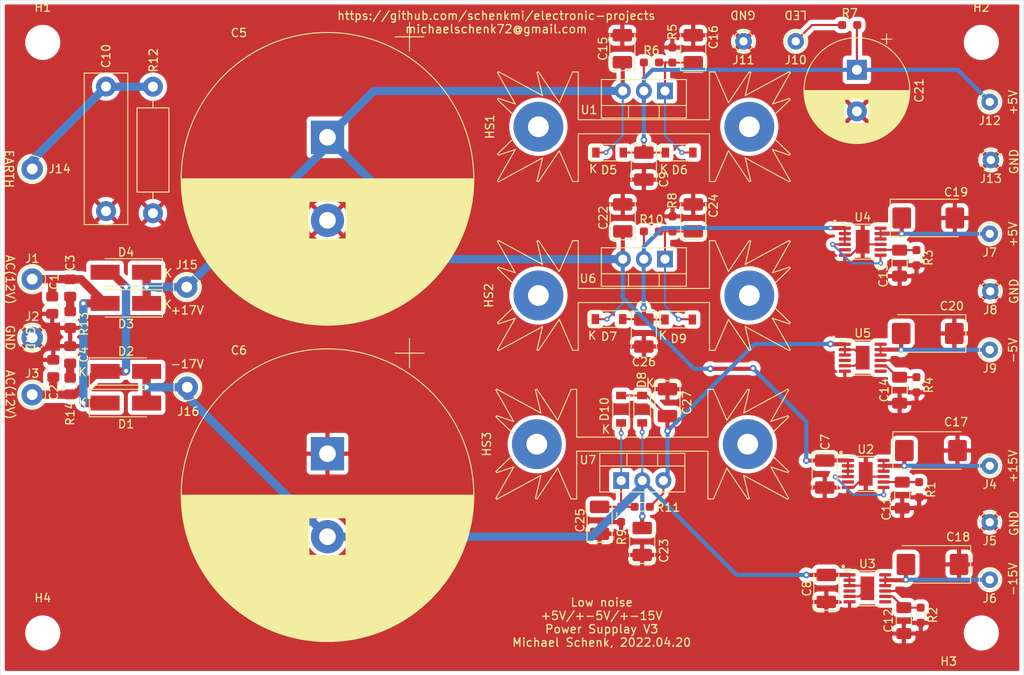
<source format=kicad_pcb>
(kicad_pcb (version 20211014) (generator pcbnew)
  (layers (0 "F.Cu" signal) (31 "B.Cu" signal) (34 "B.Paste" user) (35 "F.Paste" user) (36 "B.SilkS" user "B.Silkscreen") (37 "F.SilkS" user "F.Silkscreen") (38 "B.Mask" user) (39 "F.Mask" user) (44 "Edge.Cuts" user))
  (net 0 "")
  (net 1 "+17V")
  (net 2 "Net-(J1-Pad1)")
  (net 3 "Net-(J3-Pad1)")
  (net 4 "GND")
  (net 5 "-17V")
  (net 6 "Net-(C11-Pad1)")
  (net 7 "Net-(C12-Pad2)")
  (net 8 "Net-(C13-Pad1)")
  (net 9 "Net-(C14-Pad2)")
  (net 10 "Net-(C16-Pad1)")
  (net 11 "Net-(C17-Pad1)")
  (net 12 "Net-(C18-Pad2)")
  (net 13 "Net-(C19-Pad1)")
  (net 14 "Net-(C20-Pad2)")
  (net 15 "Net-(C21-Pad1)")
  (net 16 "Net-(C24-Pad1)")
  (net 17 "Net-(C25-Pad2)")
  (net 18 "Net-(C26-Pad1)")
  (net 19 "Net-(C27-Pad2)")
  (net 20 "Net-(J10-Pad1)")
  (net 21 "Net-(C10-Pad2)")
  (net 22 "Net-(C3-Pad2)")
  (net 23 "Net-(C4-Pad2)")
  (footprint "Capacitor_SMD:C_0805_2012Metric_Pad1.18x1.45mm_HandSolder" (layer "F.Cu") (at 100.203 86.2545 -90)
    (fp_text reference "C1")
    (fp_text value "Cx/10nF/50V")
  )
  (footprint "Capacitor_SMD:C_0805_2012Metric_Pad1.18x1.45mm_HandSolder" (layer "F.Cu") (at 100.33 93.8745 -90)
    (fp_text reference "C2")
    (fp_text value "Cx/10nF/50V")
  )
  (footprint "Capacitor_SMD:C_0805_2012Metric_Pad1.18x1.45mm_HandSolder" (layer "F.Cu") (at 102.362 84.1795 -90)
    (fp_text reference "C3")
    (fp_text value "Cs/50V")
  )
  (footprint "Capacitor_SMD:C_0805_2012Metric_Pad1.18x1.45mm_HandSolder" (layer "F.Cu") (at 102.362 92.2235 -90)
    (fp_text reference "C4")
    (fp_text value "Cs/50V")
  )
  (footprint "Capacitor_THT:CP_Radial_D35.0mm_P10.00mm_SnapIn" (layer "F.Cu") (at 133.35 66.04 -90)
    (fp_text reference "C5")
    (fp_text value "22000uF/25VDC")
  )
  (footprint "Capacitor_THT:CP_Radial_D35.0mm_P10.00mm_SnapIn" (layer "F.Cu") (at 133.35 104.14 -90)
    (fp_text reference "C6")
    (fp_text value "22000uF/25VDC")
  )
  (footprint "Capacitor_Tantalum_SMD:CP_EIA-3528-21_Kemet-B_Pad1.50x2.35mm_HandSolder" (layer "F.Cu") (at 193.2305 106.5905 -90)
    (fp_text reference "C7")
    (fp_text value "10uF/25V")
  )
  (footprint "Capacitor_Tantalum_SMD:CP_EIA-3528-21_Kemet-B_Pad1.50x2.35mm_HandSolder" (layer "F.Cu") (at 193.421 120.37 90)
    (fp_text reference "C8")
    (fp_text value "10uF/25V")
  )
  (footprint "Capacitor_Tantalum_SMD:CP_EIA-3528-21_Kemet-B_Pad1.50x2.35mm_HandSolder" (layer "F.Cu") (at 168.8592 55.3726 90)
    (fp_text reference "C15")
    (fp_text value "10uF/25V")
  )
  (footprint "Capacitor_Tantalum_SMD:CP_EIA-3528-21_Kemet-B_Pad1.50x2.35mm_HandSolder" (layer "F.Cu") (at 177.3936 55.3726 90)
    (fp_text reference "C16")
    (fp_text value "10uF/25V")
  )
  (footprint "Capacitor_Tantalum_SMD:CP_EIA-7343-31_Kemet-D_Pad2.25x2.55mm_HandSolder" (layer "F.Cu") (at 206.019 103.759)
    (fp_text reference "C17")
    (fp_text value "47uF")
  )
  (footprint "Capacitor_Tantalum_SMD:CP_EIA-7343-31_Kemet-D_Pad2.25x2.55mm_HandSolder" (layer "F.Cu") (at 206.2095 117.475 180)
    (fp_text reference "C18")
    (fp_text value "47uF")
  )
  (footprint "Capacitor_Tantalum_SMD:CP_EIA-7343-31_Kemet-D_Pad2.25x2.55mm_HandSolder" (layer "F.Cu") (at 205.7015 75.7555)
    (fp_text reference "C19")
    (fp_text value "47uF")
  )
  (footprint "Capacitor_Tantalum_SMD:CP_EIA-7343-31_Kemet-D_Pad2.25x2.55mm_HandSolder" (layer "F.Cu") (at 205.638 89.662 180)
    (fp_text reference "C20")
    (fp_text value "47uF")
  )
  (footprint "Capacitor_THT:CP_Radial_D12.5mm_P5.00mm" (layer "F.Cu") (at 197.104 57.912 -90)
    (fp_text reference "C21")
    (fp_text value "1000uF/35V")
  )
  (footprint "Capacitor_Tantalum_SMD:CP_EIA-3528-21_Kemet-B_Pad1.50x2.35mm_HandSolder" (layer "F.Cu") (at 168.91 75.7434 90)
    (fp_text reference "C22")
    (fp_text value "10uF/25V")
  )
  (footprint "Capacitor_Tantalum_SMD:CP_EIA-3528-21_Kemet-B_Pad1.50x2.35mm_HandSolder" (layer "F.Cu") (at 177.3936 75.7434 90)
    (fp_text reference "C24")
    (fp_text value "10uF/25V")
  )
  (footprint "Capacitor_Tantalum_SMD:CP_EIA-3528-21_Kemet-B_Pad1.50x2.35mm_HandSolder" (layer "F.Cu") (at 171.45 89.6106 -90)
    (fp_text reference "C26")
    (fp_text value "10uF/25V")
  )
  (footprint "Diode_SMD:D_SMA_Handsoldering" (layer "F.Cu") (at 109.0695 98.044)
    (fp_text reference "D1")
    (fp_text value "BYG20D")
  )
  (footprint "Diode_SMD:D_SMA_Handsoldering" (layer "F.Cu") (at 109.0695 94.234)
    (fp_text reference "D2")
    (fp_text value "BYG20D")
  )
  (footprint "Diode_SMD:D_SMA_Handsoldering" (layer "F.Cu") (at 109.0695 86.0425 180)
    (fp_text reference "D3")
    (fp_text value "BYG20D")
  )
  (footprint "Diode_SMD:D_SMA_Handsoldering" (layer "F.Cu") (at 109.0695 82.296 180)
    (fp_text reference "D4")
    (fp_text value "BYG20D")
  )
  (footprint "Diode_SMD:D_SOD-123" (layer "F.Cu") (at 167.3235 67.8815)
    (fp_text reference "D5")
    (fp_text value "1N4148W")
  )
  (footprint "Diode_SMD:D_SOD-123" (layer "F.Cu") (at 175.7035 67.8815)
    (fp_text reference "D6")
    (fp_text value "1N4148W")
  )
  (footprint "Diode_SMD:D_SOD-123" (layer "F.Cu") (at 167.26 87.9348)
    (fp_text reference "D7")
    (fp_text value "1N4148W")
  )
  (footprint "Diode_SMD:D_SOD-123" (layer "F.Cu") (at 175.64 87.9856)
    (fp_text reference "D9")
    (fp_text value "1N4148W")
  )
  (footprint "MountingHole:MountingHole_3.2mm_M3" (layer "F.Cu") (at 99.06 54.61)
    (fp_text reference "H1")
    (fp_text value "MountingHole")
  )
  (footprint "MountingHole:MountingHole_3.2mm_M3" (layer "F.Cu") (at 212.09 54.61)
    (fp_text reference "H2")
    (fp_text value "MountingHole")
  )
  (footprint "MountingHole:MountingHole_3.2mm_M3" (layer "F.Cu") (at 212.09 125.73)
    (fp_text reference "H3")
    (fp_text value "MountingHole")
  )
  (footprint "MountingHole:MountingHole_3.2mm_M3" (layer "F.Cu") (at 99.06 125.73)
    (fp_text reference "H4")
    (fp_text value "MountingHole")
  )
  (footprint "Heatsink:Heatsink_Fischer_SK104-STC-STIC_35x13mm_2xDrill2.5mm" (layer "F.Cu") (at 171.45 64.77 180)
    (fp_text reference "HS1")
    (fp_text value "Heatsink")
  )
  (footprint "Heatsink:Heatsink_Fischer_SK104-STC-STIC_35x13mm_2xDrill2.5mm" (layer "F.Cu") (at 171.45 85.09)
    (fp_text reference "HS2")
    (fp_text value "Heatsink")
  )
  (footprint "Connector_Pin:Pin_D1.3mm_L11.0mm" (layer "F.Cu") (at 97.79 83.1215)
    (fp_text reference "J1")
    (fp_text value "AC")
  )
  (footprint "Connector_Pin:Pin_D1.3mm_L11.0mm" (layer "F.Cu") (at 97.79 97.028)
    (fp_text reference "J3")
    (fp_text value "AC")
  )
  (footprint "Connector_Pin:Pin_D1.0mm_L10.0mm" (layer "F.Cu") (at 213.106 105.6005)
    (fp_text reference "J4")
    (fp_text value "+15V")
  )
  (footprint "Connector_Pin:Pin_D1.0mm_L10.0mm" (layer "F.Cu") (at 213.106 112.395)
    (fp_text reference "J5")
    (fp_text value "GND")
  )
  (footprint "Connector_Pin:Pin_D1.0mm_L10.0mm" (layer "F.Cu") (at 213.106 119.3165)
    (fp_text reference "J6")
    (fp_text value "-15V")
  )
  (footprint "Connector_Pin:Pin_D1.0mm_L10.0mm" (layer "F.Cu") (at 213.106 77.6605)
    (fp_text reference "J7")
    (fp_text value "+5V")
  )
  (footprint "Connector_Pin:Pin_D1.0mm_L10.0mm" (layer "F.Cu") (at 213.1695 84.582)
    (fp_text reference "J8")
    (fp_text value "GND")
  )
  (footprint "Connector_Pin:Pin_D1.0mm_L10.0mm" (layer "F.Cu") (at 213.106 91.6305)
    (fp_text reference "J9")
    (fp_text value "-5V")
  )
  (footprint "Connector_Pin:Pin_D1.0mm_L10.0mm" (layer "F.Cu") (at 189.738 54.483)
    (fp_text reference "J10")
    (fp_text value "LED")
  )
  (footprint "Connector_Pin:Pin_D1.0mm_L10.0mm" (layer "F.Cu") (at 183.4515 54.483)
    (fp_text reference "J11")
    (fp_text value "GND")
  )
  (footprint "Connector_Pin:Pin_D1.0mm_L10.0mm" (layer "F.Cu") (at 213.106 61.7855)
    (fp_text reference "J12")
    (fp_text value "+5V")
  )
  (footprint "Connector_Pin:Pin_D1.0mm_L10.0mm" (layer "F.Cu") (at 213.233 68.7705)
    (fp_text reference "J13")
    (fp_text value "GND")
  )
  (footprint "Resistor_SMD:R_0603_1608Metric_Pad0.98x0.95mm_HandSolder" (layer "F.Cu") (at 204.597 108.4815 -90)
    (fp_text reference "R1")
    (fp_text value "150k")
  )
  (footprint "Resistor_SMD:R_0603_1608Metric_Pad0.98x0.95mm_HandSolder" (layer "F.Cu") (at 204.7875 123.5945 90)
    (fp_text reference "R2")
    (fp_text value "150k")
  )
  (footprint "Resistor_SMD:R_0603_1608Metric_Pad0.98x0.95mm_HandSolder" (layer "F.Cu") (at 204.2795 80.5415 -90)
    (fp_text reference "R3")
    (fp_text value "49.9k")
  )
  (footprint "Resistor_SMD:R_0603_1608Metric_Pad0.98x0.95mm_HandSolder" (layer "F.Cu") (at 204.2795 95.845 90)
    (fp_text reference "R4")
    (fp_text value "49.9k")
  )
  (footprint "Resistor_SMD:R_0603_1608Metric_Pad0.98x0.95mm_HandSolder" (layer "F.Cu") (at 174.879 56.134 90)
    (fp_text reference "R5")
    (fp_text value "750R")
  )
  (footprint "Resistor_SMD:R_0603_1608Metric_Pad0.98x0.95mm_HandSolder" (layer "F.Cu") (at 172.3625 57.023)
    (fp_text reference "R6")
    (fp_text value "249R")
  )
  (footprint "Resistor_SMD:R_0603_1608Metric_Pad0.98x0.95mm_HandSolder" (layer "F.Cu") (at 196.2385 52.5145)
    (fp_text reference "R7")
    (fp_text value "240R")
  )
  (footprint "Resistor_SMD:R_0603_1608Metric_Pad0.98x0.95mm_HandSolder" (layer "F.Cu") (at 174.9044 76.47 90)
    (fp_text reference "R8")
    (fp_text value "910R")
  )
  (footprint "Resistor_SMD:R_0603_1608Metric_Pad0.98x0.95mm_HandSolder" (layer "F.Cu") (at 172.3625 77.3684)
    (fp_text reference "R10")
    (fp_text value "240R")
  )
  (footprint "Package_TO_SOT_THT:TO-220-3_Vertical" (layer "F.Cu") (at 173.99 60.452 180)
    (fp_text reference "U1")
    (fp_text value "LM317_TO-220")
  )
  (footprint "Package_SO:MSOP-12-1EP_3x4mm_P0.65mm_EP1.65x2.85mm" (layer "F.Cu") (at 198.1745 106.5755)
    (fp_text reference "U2")
    (fp_text value "LT3045xMSE")
  )
  (footprint "Package_SO:MSOP-12-1EP_3x4mm_P0.65mm_EP1.65x2.85mm" (layer "F.Cu") (at 198.365 120.355)
    (fp_text reference "U3")
    (fp_text value "LT3094xMSE")
  )
  (footprint "Package_SO:MSOP-12-1EP_3x4mm_P0.65mm_EP1.65x2.85mm" (layer "F.Cu") (at 197.8025 78.613)
    (fp_text reference "U4")
    (fp_text value "LT3045xMSE")
  )
  (footprint "Package_SO:MSOP-12-1EP_3x4mm_P0.65mm_EP1.65x2.85mm" (layer "F.Cu") (at 197.8025 92.583)
    (fp_text reference "U5")
    (fp_text value "LT3094xMSE")
  )
  (footprint "Package_TO_SOT_THT:TO-220-3_Vertical" (layer "F.Cu") (at 173.99 80.7085 180)
    (fp_text reference "U6")
    (fp_text value "LM317_TO-220")
  )
  (footprint "Capacitor_Tantalum_SMD:CP_EIA-3528-21_Kemet-B_Pad1.50x2.35mm_HandSolder" (layer "F.Cu") (at 171.45 69.5065 -90)
    (fp_text reference "C9")
    (fp_text value "10uF/25V")
  )
  (footprint "Capacitor_THT:C_Rect_L18.0mm_W5.0mm_P15.00mm_FKS3_FKP3" (layer "F.Cu") (at 106.68 74.93 90)
    (fp_text reference "C10")
    (fp_text value "2.2nF/2kV")
  )
  (footprint "Connector_Pin:Pin_D1.3mm_L11.0mm" (layer "F.Cu") (at 97.79 69.85)
    (fp_text reference "J14")
    (fp_text value "EARTH")
  )
  (footprint "Resistor_THT:R_Axial_DIN0411_L9.9mm_D3.6mm_P15.24mm_Horizontal" (layer "F.Cu") (at 112.3315 75.184 90)
    (fp_text reference "R12")
    (fp_text value "100R/2W")
  )
  (footprint "Capacitor_SMD:C_1206_3216Metric_Pad1.33x1.80mm_HandSolder" (layer "F.Cu") (at 202.565 109.1315 -90)
    (fp_text reference "C11")
    (fp_text value "4.7uF/25V")
  )
  (footprint "Capacitor_SMD:C_1206_3216Metric_Pad1.33x1.80mm_HandSolder" (layer "F.Cu") (at 202.7555 124.2445 90)
    (fp_text reference "C12")
    (fp_text value "4.7uF/25V")
  )
  (footprint "Capacitor_SMD:C_1206_3216Metric_Pad1.33x1.80mm_HandSolder" (layer "F.Cu") (at 202.2475 81.1915 -90)
    (fp_text reference "C13")
    (fp_text value "4.7uF/25V")
  )
  (footprint "Capacitor_SMD:C_1206_3216Metric_Pad1.33x1.80mm_HandSolder" (layer "F.Cu") (at 202.2475 96.495 90)
    (fp_text reference "C14")
    (fp_text value "4.7uF/25V")
  )
  (footprint "Diode_SMD:D_SOD-123" (layer "F.Cu") (at 168.7068 98.7816 90)
    (fp_text reference "D10")
    (fp_text value "1N4148W")
  )
  (footprint "Resistor_SMD:R_0603_1608Metric_Pad0.98x0.95mm_HandSolder" (layer "F.Cu") (at 171.2487 110.5408)
    (fp_text reference "R11")
    (fp_text value "240R")
  )
  (footprint "Resistor_SMD:R_0603_1608Metric_Pad0.98x0.95mm_HandSolder" (layer "F.Cu") (at 168.7068 111.4533 90)
    (fp_text reference "R9")
    (fp_text value "910R")
  )
  (footprint "Diode_SMD:D_SOD-123" (layer "F.Cu") (at 171.2468 98.7816 -90)
    (fp_text reference "D8")
    (fp_text value "1N4148W")
  )
  (footprint "Package_TO_SOT_THT:TO-220-3_Vertical" (layer "F.Cu") (at 168.7195 107.3785)
    (fp_text reference "U7")
    (fp_text value "LM337_TO220")
  )
  (footprint "Heatsink:Heatsink_Fischer_SK104-STC-STIC_35x13mm_2xDrill2.5mm" (layer "F.Cu") (at 171.2595 102.997)
    (fp_text reference "HS3")
    (fp_text value "Heatsink")
  )
  (footprint "Capacitor_Tantalum_SMD:CP_EIA-3528-21_Kemet-B_Pad1.50x2.35mm_HandSolder" (layer "F.Cu") (at 171.2468 114.7185 90)
    (fp_text reference "C23")
    (fp_text value "10uF/25V")
  )
  (footprint "Capacitor_Tantalum_SMD:CP_EIA-3528-21_Kemet-B_Pad1.50x2.35mm_HandSolder" (layer "F.Cu") (at 166.116 112.1658 90)
    (fp_text reference "C25")
    (fp_text value "10uF/25V")
  )
  (footprint "Capacitor_Tantalum_SMD:CP_EIA-3528-21_Kemet-B_Pad1.50x2.35mm_HandSolder" (layer "F.Cu") (at 174.2948 97.9938 -90)
    (fp_text reference "C27")
    (fp_text value "10uF/25V")
  )
  (footprint "Connector_Pin:Pin_D1.3mm_L11.0mm" (layer "F.Cu") (at 116.3955 84.074)
    (fp_text reference "J15")
    (fp_text value "+17V")
  )
  (footprint "Connector_Pin:Pin_D1.3mm_L11.0mm" (layer "F.Cu") (at 116.459 96.139)
    (fp_text reference "J16")
    (fp_text value "-17V")
  )
  (footprint "Connector_Pin:Pin_D1.3mm_L11.0mm" (layer "F.Cu") (at 97.79 90.17)
    (fp_text reference "J2")
    (fp_text value "GND")
  )
  (footprint "Resistor_SMD:R_0805_2012Metric_Pad1.20x1.40mm_HandSolder" (layer "F.Cu") (at 102.362 95.996 -90)
    (fp_text reference "R14")
    (fp_text value "Rs/1/8W")
  )
  (footprint "Resistor_SMD:R_0805_2012Metric_Pad1.20x1.40mm_HandSolder" (layer "F.Cu") (at 102.362 87.995 -90)
    (fp_text reference "R13")
    (fp_text value "Rs/1/8W")
  )
  (gr_line (start 93.98 130.81) (end 93.98 49.53) (layer "Edge.Cuts") (width 0.05))
  (gr_line (start 217.17 49.53) (end 217.17 130.81) (layer "Edge.Cuts") (width 0.05))
  (gr_line (start 93.98 49.53) (end 217.17 49.53) (layer "Edge.Cuts") (width 0.05))
  (gr_line (start 217.17 130.81) (end 93.98 130.81) (layer "Edge.Cuts") (width 0.05))
  (gr_text "+17V" (at 116.459 86.868) (layer "F.SilkS") (effects (font (size 1 1))))
  (gr_text "-17V" (at 116.459 93.345) (layer "F.SilkS") (effects (font (size 1 1))))
  (gr_text "K" (at 114.1095 86.1695) (layer "F.SilkS") (effects (font (size 1 1))))
  (gr_text "K" (at 103.8225 94.2975) (layer "F.SilkS") (effects (font (size 1 1))))
  (gr_text "K" (at 103.8225 97.9805) (layer "F.SilkS") (effects (font (size 1 1))))
  (gr_text "K" (at 166.878 101.219) (layer "F.SilkS") (effects (font (size 1 1))))
  (gr_text "AC(12V)" (at 95.123 83.185 270) (layer "F.SilkS") (effects (font (size 1 1))))
  (gr_text "AC(12V)" (at 95.123 97.028 270) (layer "F.SilkS") (effects (font (size 1 1))))
  (gr_text "GND" (at 97.536 90.297 -90) (layer "F.SilkS") (effects (font (size 1 1))))
  (gr_text "EARTH" (at 94.996 69.85 -90) (layer "F.SilkS") (effects (font (size 1 1))))
  (gr_text "GND" (at 183.388 51.308 180) (layer "F.SilkS") (effects (font (size 1 1))))
  (gr_text "LED" (at 189.738 51.308 180) (layer "F.SilkS") (effects (font (size 1 1))))
  (gr_text "+5V" (at 215.9 77.724 90) (layer "F.SilkS") (effects (font (size 1 1))))
  (gr_text "-5V" (at 215.9 91.694 90) (layer "F.SilkS") (effects (font (size 1 1))))
  (gr_text "GND" (at 216.027 68.961 90) (layer "F.SilkS") (effects (font (size 1 1))))
  (gr_text "GND" (at 216.027 84.582 90) (layer "F.SilkS") (effects (font (size 1 1))))
  (gr_text "GND" (at 216.027 112.522 90) (layer "F.SilkS") (effects (font (size 1 1))))
  (gr_text "-15V" (at 215.9 119.253 90) (layer "F.SilkS") (effects (font (size 1 1))))
  (gr_text "+15V" (at 215.9 105.664 90) (layer "F.SilkS") (effects (font (size 1 1))))
  (gr_text "K" (at 172.212 95.631) (layer "F.SilkS") (effects (font (size 1 1))))
  (gr_text "K" (at 165.227 89.916) (layer "F.SilkS") (effects (font (size 1 1))))
  (gr_text "K" (at 173.736 89.916) (layer "F.SilkS") (effects (font (size 1 1))))
  (gr_text "K" (at 165.354 69.85) (layer "F.SilkS") (effects (font (size 1 1))))
  (gr_text "K" (at 173.863 69.85) (layer "F.SilkS") (effects (font (size 1 1))))
  (gr_text "GND" (at 95.123 90.17 270) (layer "F.SilkS") (effects (font (size 1 1))))
  (gr_text "°" (at 195.199 104.394) (layer "F.SilkS") (effects (font (size 1 1))))
  (gr_text "https://github.com/schenkmi/electronic-projects\nmichaelschenk72@gmail.com" (at 153.67 52.197) (layer "F.SilkS") (effects (font (size 1 1))))
  (gr_text "K" (at 114.173 82.423) (layer "F.SilkS") (effects (font (size 1 1))))
  (gr_text "°" (at 195.453 118.11) (layer "F.SilkS") (effects (font (size 1 1))))
  (gr_text "Low noise\n+5V/+-5V/+-15V\nPower Supplay V3\nMichael Schenk, 2022.04.20" (at 166.37 124.46) (layer "F.SilkS") (effects (font (size 1 1))))
  (gr_text "+5V" (at 215.9 61.849 90) (layer "F.SilkS") (effects (font (size 1 1))))
  (gr_text "°" (at 194.31 90.551) (layer "F.SilkS") (effects (font (size 1 1))))
  (gr_text "°" (at 194.437 76.581) (layer "F.SilkS") (effects (font (size 1 1))))
  (segment (start 111.5695 84.074) (end 111.5695 82.296) (width 1) (layer "F.Cu") (net 1))
  (segment (start 196.0245 106.9005) (end 196.0245 106.2505) (width 0.25) (layer "F.Cu") (net 1))
  (segment (start 168.91 60.452) (end 168.91 57.0484) (width 0.5) (layer "F.Cu") (net 1))
  (segment (start 184.531 93.9165) (end 184.5945 93.853) (width 0.5) (layer "F.Cu") (net 1))
  (segment (start 196.0245 106.2505) (end 196.0245 105.6005) (width 0.25) (layer "F.Cu") (net 1))
  (segment (start 194.534 106.9005) (end 194.5005 106.934) (width 0.25) (layer "F.Cu") (net 1))
  (segment (start 193.2305 104.9655) (end 191.008 104.9655) (width 0.5) (layer "F.Cu") (net 1))
  (segment (start 196.0245 106.9005) (end 194.534 106.9005) (width 0.25) (layer "F.Cu") (net 1))
  (segment (start 196.0245 105.6005) (end 196.0245 104.9505) (width 0.25) (layer "F.Cu") (net 1))
  (segment (start 200.3245 109.075) (end 200.3425 109.093) (width 0.25) (layer "F.Cu") (net 1))
  (segment (start 166.878 67.8688) (end 165.6862 67.8688) (width 0.25) (layer "F.Cu") (net 1))
  (segment (start 200.3245 108.2005) (end 200.3245 109.075) (width 0.25) (layer "F.Cu") (net 1))
  (segment (start 196.0245 104.9505) (end 193.2455 104.9505) (width 0.5) (layer "F.Cu") (net 1))
  (segment (start 167.005 87.9475) (end 165.6227 87.9475) (width 0.25) (layer "F.Cu") (net 1))
  (segment (start 179.451 93.9165) (end 184.531 93.9165) (width 0.5) (layer "F.Cu") (net 1))
  (segment (start 111.5695 86.0425) (end 111.5695 84.074) (width 1) (layer "F.Cu") (net 1))
  (segment (start 168.91 80.7085) (end 168.91 77.3684) (width 0.5) (layer "F.Cu") (net 1))
  (via (at 166.878 67.8688) (size 0.6) (drill 0.3) (layers "F.Cu" "B.Cu") (net 1))
  (via (at 179.451 93.9165) (size 0.8) (drill 0.4) (layers "F.Cu" "B.Cu") (net 1))
  (via (at 111.5695 84.074) (size 1) (drill 0.5) (layers "F.Cu" "B.Cu") (net 1))
  (via (at 184.5945 93.853) (size 0.8) (drill 0.4) (layers "F.Cu" "B.Cu") (net 1))
  (via (at 200.3425 109.093) (size 0.6) (drill 0.3) (layers "F.Cu" "B.Cu") (net 1))
  (via (at 167.005 87.9475) (size 0.6) (drill 0.3) (layers "F.Cu" "B.Cu") (net 1))
  (via (at 194.5005 106.934) (size 0.6) (drill 0.3) (layers "F.Cu" "B.Cu") (net 1))
  (via (at 191.008 104.9655) (size 0.8) (drill 0.4) (layers "F.Cu" "B.Cu") (net 1))
  (segment (start 168.91 80.7085) (end 148.0185 80.7085) (width 1) (layer "B.Cu") (net 1))
  (segment (start 200.3425 109.093) (end 196.6595 109.093) (width 0.25) (layer "B.Cu") (net 1))
  (segment (start 177.498916 93.9165) (end 179.451 93.9165) (width 0.5) (layer "B.Cu") (net 1))
  (segment (start 168.91 80.7085) (end 168.91 85.327584) (width 0.5) (layer "B.Cu") (net 1))
  (segment (start 168.91 60.452) (end 138.938 60.452) (width 1) (layer "B.Cu") (net 1))
  (segment (start 196.6595 109.093) (end 194.5005 106.934) (width 0.25) (layer "B.Cu") (net 1))
  (segment (start 168.91 60.452) (end 168.91 65.8368) (width 0.25) (layer "B.Cu") (net 1))
  (segment (start 191.008 100.2665) (end 191.008 104.9655) (width 0.5) (layer "B.Cu") (net 1))
  (segment (start 184.5945 93.853) (end 191.008 100.2665) (width 0.5) (layer "B.Cu") (net 1))
  (segment (start 138.938 60.452) (end 133.35 66.04) (width 1) (layer "B.Cu") (net 1))
  (segment (start 168.91 85.327584) (end 177.498916 93.9165) (width 0.5) (layer "B.Cu") (net 1))
  (segment (start 148.0185 80.7085) (end 133.35 66.04) (width 1) (layer "B.Cu") (net 1))
  (segment (start 168.91 65.8368) (end 166.878 67.8688) (width 0.25) (layer "B.Cu") (net 1))
  (segment (start 168.91 80.7085) (end 168.91 86.0425) (width 0.25) (layer "B.Cu") (net 1))
  (segment (start 116.3955 84.074) (end 111.5695 84.074) (width 1) (layer "B.Cu") (net 1))
  (segment (start 133.35 67.1195) (end 116.3955 84.074) (width 1) (layer "B.Cu") (net 1))
  (segment (start 168.91 86.0425) (end 167.005 87.9475) (width 0.25) (layer "B.Cu") (net 1))
  (segment (start 106.5695 98.044) (end 103.9495 98.044) (width 1) (layer "F.Cu") (net 2))
  (segment (start 100.1395 83.1215) (end 102.3415 83.1215) (width 1) (layer "F.Cu") (net 2))
  (segment (start 102.362 83.142) (end 103.669 83.142) (width 1) (layer "F.Cu") (net 2))
  (segment (start 103.669 83.142) (end 106.5695 86.0425) (width 1) (layer "F.Cu") (net 2))
  (segment (start 100.203 83.185) (end 100.1395 83.1215) (width 1) (layer "F.Cu") (net 2))
  (segment (start 102.3415 83.1215) (end 102.362 83.142) (width 1) (layer "F.Cu") (net 2))
  (segment (start 100.203 85.217) (end 100.203 83.185) (width 1) (layer "F.Cu") (net 2))
  (segment (start 106.5695 86.0425) (end 103.9495 86.0425) (width 1) (layer "F.Cu") (net 2))
  (segment (start 97.79 83.1215) (end 100.1395 83.1215) (width 1) (layer "F.Cu") (net 2))
  (via (at 103.9495 98.044) (size 1) (drill 0.5) (layers "F.Cu" "B.Cu") (net 2))
  (via (at 103.9495 86.0425) (size 1) (drill 0.5) (layers "F.Cu" "B.Cu") (net 2))
  (segment (start 103.9495 98.044) (end 103.9495 86.0425) (width 1) (layer "B.Cu") (net 2))
  (segment (start 102.9575 96.996) (end 105.7195 94.234) (width 1) (layer "F.Cu") (net 3))
  (segment (start 100.711 97.028) (end 102.33 97.028) (width 1) (layer "F.Cu") (net 3))
  (segment (start 107.315 82.296) (end 109.093 84.074) (width 1) (layer "F.Cu") (net 3))
  (segment (start 106.5695 94.234) (end 109.0295 94.234) (width 1) (layer "F.Cu") (net 3))
  (segment (start 102.362 96.996) (end 102.9575 96.996) (width 1) (layer "F.Cu") (net 3))
  (segment (start 105.7195 94.234) (end 106.5695 94.234) (width 1) (layer "F.Cu") (net 3))
  (segment (start 100.33 96.647) (end 100.711 97.028) (width 1) (layer "F.Cu") (net 3))
  (segment (start 97.79 97.028) (end 100.711 97.028) (width 1) (layer "F.Cu") (net 3))
  (segment (start 100.33 94.912) (end 100.33 96.647) (width 1) (layer "F.Cu") (net 3))
  (segment (start 109.0295 94.234) (end 109.093 94.1705) (width 0.5) (layer "F.Cu") (net 3))
  (segment (start 102.33 97.028) (end 102.362 96.996) (width 1) (layer "F.Cu") (net 3))
  (via (at 109.093 84.074) (size 1) (drill 0.5) (layers "F.Cu" "B.Cu") (net 3))
  (via (at 109.093 94.1705) (size 1) (drill 0.5) (layers "F.Cu" "B.Cu") (net 3))
  (segment (start 109.093 94.1705) (end 109.093 84.074) (width 1) (layer "B.Cu") (net 3))
  (segment (start 200.515 120.68) (end 203.9285 120.68) (width 0.25) (layer "F.Cu") (net 4))
  (segment (start 196.700558 108.2005) (end 198.1745 106.726558) (width 0.25) (layer "F.Cu") (net 4))
  (segment (start 196.3775 80.238) (end 195.6525 80.238) (width 0.25) (layer "F.Cu") (net 4))
  (segment (start 199.9525 78.938) (end 198.1275 78.938) (width 0.25) (layer "F.Cu") (net 4))
  (segment (start 195.6525 94.208) (end 195.6525 95.4315) (width 0.25) (layer "F.Cu") (net 4))
  (segment (start 196.0245 108.2005) (end 196.700558 108.2005) (width 0.25) (layer "F.Cu") (net 4))
  (segment (start 199.9525 92.908) (end 202.6845 92.908) (width 0.25) (layer "F.Cu") (net 4))
  (segment (start 200.3245 106.9005) (end 198.4995 106.9005) (width 0.25) (layer "F.Cu") (net 4))
  (segment (start 197.8025 78.813) (end 196.3775 80.238) (width 0.25) (layer "F.Cu") (net 4))
  (segment (start 196.215 121.98) (end 196.215 123.7615) (width 0.25) (layer "F.Cu") (net 4))
  (segment (start 111.5695 96.139) (end 111.5695 94.234) (width 1) (layer "F.Cu") (net 5))
  (segment (start 196.215 121.33) (end 197.39 121.33) (width 0.25) (layer "F.Cu") (net 5))
  (segment (start 196.215 118.73) (end 193.436 118.73) (width 0.5) (layer "F.Cu") (net 5))
  (segment (start 193.421 118.745) (end 191.008 118.745) (width 0.5) (layer "F.Cu") (net 5))
  (segment (start 171.2468 113.0935) (end 171.2468 111.7092) (width 0.5) (layer "F.Cu") (net 5))
  (segment (start 171.2468 111.7092) (end 171.2595 111.6965) (width 0.5) (layer "F.Cu") (net 5))
  (segment (start 196.215 120.03) (end 196.215 119.38) (width 0.25) (layer "F.Cu") (net 5))
  (segment (start 197.39 121.33) (end 198.365 120.355) (width 0.25) (layer "F.Cu") (net 5))
  (segment (start 171.2468 101.5492) (end 171.2468 100.4316) (width 0.25) (layer "F.Cu") (net 5))
  (segment (start 196.215 119.38) (end 196.215 118.73) (width 0.25) (layer "F.Cu") (net 5))
  (segment (start 196.215 120.03) (end 198.04 120.03) (width 0.25) (layer "F.Cu") (net 5))
  (segment (start 111.5695 98.044) (end 111.5695 96.139) (width 1) (layer "F.Cu") (net 5))
  (via (at 171.2468 101.5492) (size 0.6) (drill 0.3) (layers "F.Cu" "B.Cu") (net 5))
  (via (at 111.5695 96.139) (size 1) (drill 0.5) (layers "F.Cu" "B.Cu") (net 5))
  (via (at 191.008 118.745) (size 0.8) (drill 0.4) (layers "F.Cu" "B.Cu") (net 5))
  (via (at 171.2595 111.6965) (size 0.8) (drill 0.4) (layers "F.Cu" "B.Cu") (net 5))
  (segment (start 171.2595 101.5619) (end 171.2468 101.5492) (width 0.25) (layer "B.Cu") (net 5))
  (segment (start 171.2595 107.3785) (end 171.2595 101.5619) (width 0.25) (layer "B.Cu") (net 5))
  (segment (start 133.35 114.14) (end 165.170502 114.14) (width 1) (layer "B.Cu") (net 5))
  (segment (start 116.459 97.249) (end 116.459 96.139) (width 1) (layer "B.Cu") (net 5))
  (segment (start 133.35 114.14) (end 116.459 97.249) (width 1) (layer "B.Cu") (net 5))
  (segment (start 171.2595 111.6965) (end 171.2595 107.3785) (width 0.5) (layer "B.Cu") (net 5))
  (segment (start 116.459 96.139) (end 111.5695 96.139) (width 1) (layer "B.Cu") (net 5))
  (segment (start 165.170502 114.14) (end 171.2595 108.051002) (width 1) (layer "B.Cu") (net 5))
  (segment (start 191.008 118.745) (end 182.626 118.745) (width 0.5) (layer "B.Cu") (net 5))
  (segment (start 171.2595 108.051002) (end 171.2595 107.3785) (width 1) (layer "B.Cu") (net 5))
  (segment (start 182.626 118.745) (end 171.2595 107.3785) (width 0.5) (layer "B.Cu") (net 5))
  (segment (start 200.3245 107.5505) (end 202.5465 107.5505) (width 0.25) (layer "F.Cu") (net 6))
  (segment (start 204.597 107.569) (end 202.565 107.569) (width 0.25) (layer "F.Cu") (net 6))
  (segment (start 201.4035 121.33) (end 202.7555 122.682) (width 0.25) (layer "F.Cu") (net 7))
  (segment (start 200.515 121.33) (end 201.4035 121.33) (width 0.25) (layer "F.Cu") (net 7))
  (segment (start 204.7875 122.682) (end 202.7555 122.682) (width 0.25) (layer "F.Cu") (net 7))
  (segment (start 199.9525 79.588) (end 202.2065 79.588) (width 0.25) (layer "F.Cu") (net 8))
  (segment (start 204.2795 79.629) (end 202.2475 79.629) (width 0.25) (layer "F.Cu") (net 8))
  (segment (start 199.9525 93.558) (end 200.628558 93.558) (width 0.25) (layer "F.Cu") (net 9))
  (segment (start 200.365 93.558) (end 200.48999 93.68299) (width 0.25) (layer "F.Cu") (net 9))
  (segment (start 204.2795 94.9325) (end 202.2475 94.9325) (width 0.25) (layer "F.Cu") (net 9))
  (segment (start 200.628558 93.558) (end 202.003058 94.9325) (width 0.25) (layer "F.Cu") (net 9))
  (segment (start 173.99 57.0484) (end 174.0154 57.023) (width 0.25) (layer "F.Cu") (net 10))
  (segment (start 173.99 60.452) (end 173.99 57.0484) (width 0.25) (layer "F.Cu") (net 10))
  (segment (start 174.0154 57.023) (end 174.8555 57.023) (width 0.25) (layer "F.Cu") (net 10))
  (segment (start 173.275 57.023) (end 174.0154 57.023) (width 0.25) (layer "F.Cu") (net 10))
  (segment (start 176.022 67.8688) (end 177.3408 67.8688) (width 0.25) (layer "F.Cu") (net 10))
  (segment (start 174.879 57.0465) (end 177.3447 57.0465) (width 0.25) (layer "F.Cu") (net 10))
  (via (at 176.022 67.8688) (size 0.6) (drill 0.3) (layers "F.Cu" "B.Cu") (net 10))
  (segment (start 173.99 60.452) (end 173.99 65.8368) (width 0.25) (layer "B.Cu") (net 10))
  (segment (start 173.99 65.8368) (end 176.022 67.8688) (width 0.25) (layer "B.Cu") (net 10))
  (segment (start 200.3245 104.9505) (end 200.3245 105.6005) (width 0.25) (layer "F.Cu") (net 11))
  (segment (start 202.819 105.6005) (end 202.819 103.759) (width 0.5) (layer "F.Cu") (net 11))
  (segment (start 200.3245 105.6005) (end 200.3245 106.2505) (width 0.25) (layer "F.Cu") (net 11))
  (segment (start 200.3245 105.6005) (end 202.819 105.6005) (width 0.5) (layer "F.Cu") (net 11))
  (via (at 202.819 105.6005) (size 0.8) (drill 0.4) (layers "F.Cu" "B.Cu") (net 11))
  (segment (start 202.819 105.6005) (end 213.106 105.6005) (width 0.5) (layer "B.Cu") (net 11))
  (segment (start 200.515 119.38) (end 202.946 119.38) (width 0.5) (layer "F.Cu") (net 12))
  (segment (start 203.0095 119.3165) (end 203.0095 117.475) (width 0.5) (layer "F.Cu") (net 12))
  (segment (start 200.515 120.03) (end 200.515 119.38) (width 0.25) (layer "F.Cu") (net 12))
  (segment (start 202.946 119.38) (end 203.0095 119.3165) (width 0.5) (layer "F.Cu") (net 12))
  (segment (start 200.515 119.38) (end 200.515 118.73) (width 0.25) (layer "F.Cu") (net 12))
  (via (at 203.0095 119.3165) (size 0.8) (drill 0.4) (layers "F.Cu" "B.Cu") (net 12))
  (segment (start 203.0095 119.3165) (end 213.106 119.3165) (width 0.5) (layer "B.Cu") (net 12))
  (segment (start 199.9525 77.638) (end 199.9525 76.988) (width 0.25) (layer "F.Cu") (net 13))
  (segment (start 202.5015 77.6605) (end 202.5015 75.7555) (width 0.5) (layer "F.Cu") (net 13))
  (segment (start 199.9525 78.288) (end 199.9525 77.638) (width 0.25) (layer "F.Cu") (net 13))
  (segment (start 199.9525 77.638) (end 202.479 77.638) (width 0.5) (layer "F.Cu") (net 13))
  (segment (start 202.479 77.638) (end 202.5015 77.6605) (width 0.5) (layer "F.Cu") (net 13))
  (via (at 202.5015 77.6605) (size 0.8) (drill 0.4) (layers "F.Cu" "B.Cu") (net 13))
  (segment (start 202.5015 77.6605) (end 213.106 77.6605) (width 0.5) (layer "B.Cu") (net 13))
  (segment (start 199.9525 92.258) (end 199.9525 91.608) (width 0.25) (layer "F.Cu") (net 14))
  (segment (start 202.4155 91.608) (end 202.438 91.6305) (width 0.5) (layer "F.Cu") (net 14))
  (segment (start 202.438 91.6305) (end 202.438 89.662) (width 0.5) (layer "F.Cu") (net 14))
  (segment (start 199.9525 91.608) (end 199.9525 90.958) (width 0.25) (layer "F.Cu") (net 14))
  (segment (start 199.9525 91.608) (end 202.4155 91.608) (width 0.5) (layer "F.Cu") (net 14))
  (via (at 202.438 91.6305) (size 0.8) (drill 0.4) (layers "F.Cu" "B.Cu") (net 14))
  (segment (start 202.438 91.6305) (end 213.106 91.6305) (width 0.5) (layer "B.Cu") (net 14))
  (segment (start 171.45 60.452) (end 171.45 57.023) (width 0.25) (layer "F.Cu") (net 15))
  (segment (start 197.104 57.912) (end 197.104 52.5615) (width 0.25) (layer "F.Cu") (net 15))
  (segment (start 171.45 67.8815) (end 174.0535 67.8815) (width 0.25) (layer "F.Cu") (net 15))
  (segment (start 168.9735 67.8815) (end 171.45 67.8815) (width 0.25) (layer "F.Cu") (net 15))
  (segment (start 171.45 67.8815) (end 171.45 66.3575) (width 0.5) (layer "F.Cu") (net 15))
  (via (at 171.45 66.3575) (size 0.8) (drill 0.4) (layers "F.Cu" "B.Cu") (net 15))
  (segment (start 197.104 57.912) (end 209.2325 57.912) (width 0.5) (layer "B.Cu") (net 15))
  (segment (start 171.45 58.952) (end 172.49 57.912) (width 0.5) (layer "B.Cu") (net 15))
  (segment (start 171.45 66.3575) (end 171.45 60.452) (width 0.5) (layer "B.Cu") (net 15))
  (segment (start 172.49 57.912) (end 197.104 57.912) (width 0.5) (layer "B.Cu") (net 15))
  (segment (start 171.45 60.452) (end 171.45 58.952) (width 0.5) (layer "B.Cu") (net 15))
  (segment (start 209.2325 57.912) (end 213.106 61.7855) (width 0.5) (layer "B.Cu") (net 15))
  (segment (start 174.0789 77.3684) (end 174.8903 77.3684) (width 0.25) (layer "F.Cu") (net 16))
  (segment (start 173.99 80.7085) (end 173.99 77.4573) (width 0.25) (layer "F.Cu") (net 16))
  (segment (start 175.641 87.9475) (end 177.2519 87.9475) (width 0.25) (layer "F.Cu") (net 16))
  (segment (start 173.275 77.3684) (end 174.0789 77.3684) (width 0.25) (layer "F.Cu") (net 16))
  (segment (start 174.9044 77.3825) (end 177.3795 77.3825) (width 0.25) (layer "F.Cu") (net 16))
  (segment (start 173.99 77.4573) (end 174.0789 77.3684) (width 0.25) (layer "F.Cu") (net 16))
  (via (at 175.641 87.9475) (size 0.6) (drill 0.3) (layers "F.Cu" "B.Cu") (net 16))
  (segment (start 173.99 86.2965) (end 175.641 87.9475) (width 0.25) (layer "B.Cu") (net 16))
  (segment (start 173.99 80.7085) (end 173.99 86.2965) (width 0.25) (layer "B.Cu") (net 16))
  (segment (start 168.7068 110.5408) (end 168.7068 107.3912) (width 0.25) (layer "F.Cu") (net 17))
  (segment (start 168.7068 110.5408) (end 166.116 110.5408) (width 0.25) (layer "F.Cu") (net 17))
  (segment (start 170.3362 110.5408) (end 168.7068 110.5408) (width 0.25) (layer "F.Cu") (net 17))
  (segment (start 168.7195 101.6635) (end 168.7195 100.4443) (width 0.25) (layer "F.Cu") (net 17))
  (via (at 168.7195 101.6635) (size 0.6) (drill 0.3) (layers "F.Cu" "B.Cu") (net 17))
  (segment (start 168.7195 107.3785) (end 168.7195 101.6635) (width 0.25) (layer "B.Cu") (net 17))
  (segment (start 195.6525 78.938) (end 194.1905 78.938) (width 0.25) (layer "F.Cu") (net 18))
  (segment (start 171.45 87.9856) (end 171.45 86.609582) (width 0.5) (layer "F.Cu") (net 18))
  (segment (start 195.6525 77.638) (end 195.6525 76.988) (width 0.25) (layer "F.Cu") (net 18))
  (segment (start 199.9525 81.2075) (end 199.9615 81.2165) (width 0.25) (layer "F.Cu") (net 18))
  (segment (start 168.91 87.9348) (end 171.3992 87.9348) (width 0.25) (layer "F.Cu") (net 18))
  (segment (start 194.1905 78.938) (end 194.183 78.9305) (width 0.25) (layer "F.Cu") (net 18))
  (segment (start 171.45 87.9856) (end 173.99 87.9856) (width 0.25) (layer "F.Cu") (net 18))
  (segment (start 171.45 80.7085) (end 171.45 77.3684) (width 0.25) (layer "F.Cu") (net 18))
  (segment (start 199.9525 80.238) (end 199.9525 81.2075) (width 0.25) (layer "F.Cu") (net 18))
  (segment (start 195.6265 76.962) (end 195.6525 76.988) (width 0.5) (layer "F.Cu") (net 18))
  (segment (start 193.929 76.962) (end 195.6265 76.962) (width 0.5) (layer "F.Cu") (net 18))
  (segment (start 195.6525 78.288) (end 195.6525 77.638) (width 0.25) (layer "F.Cu") (net 18))
  (segment (start 171.45 86.609582) (end 171.420459 86.580041) (width 0.5) (layer "F.Cu") (net 18))
  (segment (start 195.6525 78.938) (end 195.6525 78.288) (width 0.25) (layer "F.Cu") (net 18))
  (via (at 171.420459 86.580041) (size 0.8) (drill 0.4) (layers "F.Cu" "B.Cu") (net 18))
  (via (at 193.929 76.962) (size 0.6) (drill 0.3) (layers "F.Cu" "B.Cu") (net 18))
  (via (at 194.183 78.9305) (size 0.6) (drill 0.3) (layers "F.Cu" "B.Cu") (net 18))
  (via (at 199.9615 81.2165) (size 0.6) (drill 0.3) (layers "F.Cu" "B.Cu") (net 18))
  (segment (start 171.420459 86.580041) (end 171.420459 80.738041) (width 0.5) (layer "B.Cu") (net 18))
  (segment (start 173.6965 76.962) (end 193.929 76.962) (width 0.5) (layer "B.Cu") (net 18))
  (segment (start 194.183 78.9305) (end 196.469 81.2165) (width 0.25) (layer "B.Cu") (net 18))
  (segment (start 171.45 79.2085) (end 173.6965 76.962) (width 0.5) (layer "B.Cu") (net 18))
  (segment (start 171.45 80.7085) (end 171.45 79.2085) (width 0.5) (layer "B.Cu") (net 18))
  (segment (start 196.469 81.2165) (end 199.9615 81.2165) (width 0.25) (layer "B.Cu") (net 18))
  (segment (start 196.8275 93.558) (end 197.8025 92.583) (width 0.25) (layer "F.Cu") (net 19))
  (segment (start 196.8275 91.608) (end 197.8025 92.583) (width 0.25) (layer "F.Cu") (net 19))
  (segment (start 173.7995 107.3785) (end 173.7995 108.9025) (width 0.25) (layer "F.Cu") (net 19))
  (segment (start 174.2948 101.3968) (end 174.3075 101.4095) (width 0.5) (layer "F.Cu") (net 19))
  (segment (start 174.2948 99.6188) (end 174.2948 101.3968) (width 0.5) (layer "F.Cu") (net 19))
  (segment (start 171.8076 97.1316) (end 174.2948 99.6188) (width 0.25) (layer "F.Cu") (net 19))
  (segment (start 195.6525 90.958) (end 193.955 90.958) (width 0.5) (layer "F.Cu") (net 19))
  (segment (start 168.7068 97.1316) (end 171.2468 97.1316) (width 0.25) (layer "F.Cu") (net 19))
  (segment (start 195.6525 91.608) (end 196.8275 91.608) (width 0.25) (layer "F.Cu") (net 19))
  (segment (start 195.6525 93.558) (end 196.8275 93.558) (width 0.25) (layer "F.Cu") (net 19))
  (segment (start 195.6525 91.608) (end 195.6525 92.258) (width 0.25) (layer "F.Cu") (net 19))
  (segment (start 171.2468 97.1316) (end 171.8076 97.1316) (width 0.25) (layer "F.Cu") (net 19))
  (segment (start 195.6525 90.958) (end 195.6525 91.608) (width 0.25) (layer "F.Cu") (net 19))
  (segment (start 173.7995 108.9025) (end 172.1612 110.5408) (width 0.25) (layer "F.Cu") (net 19))
  (segment (start 193.955 90.958) (end 193.929 90.932) (width 0.5) (layer "F.Cu") (net 19))
  (via (at 174.3075 101.4095) (size 0.8) (drill 0.4) (layers "F.Cu" "B.Cu") (net 19))
  (via (at 193.929 90.932) (size 0.8) (drill 0.4) (layers "F.Cu" "B.Cu") (net 19))
  (segment (start 174.3075 101.4095) (end 174.3075 106.8705) (width 0.5) (layer "B.Cu") (net 19))
  (segment (start 174.3075 101.4095) (end 184.785 90.932) (width 0.5) (layer "B.Cu") (net 19))
  (segment (start 184.785 90.932) (end 193.929 90.932) (width 0.5) (layer "B.Cu") (net 19))
  (segment (start 195.326 52.5145) (end 191.7065 52.5145) (width 0.25) (layer "F.Cu") (net 20))
  (segment (start 191.7065 52.5145) (end 189.738 54.483) (width 0.25) (layer "F.Cu") (net 20))
  (segment (start 112.3315 59.944) (end 106.694 59.944) (width 1) (layer "B.Cu") (net 21))
  (segment (start 97.79 68.82) (end 97.79 69.85) (width 1) (layer "B.Cu") (net 21))
  (segment (start 106.68 59.93) (end 97.79 68.82) (width 1) (layer "B.Cu") (net 21))
  (segment (start 102.362 86.995) (end 102.362 85.217) (width 1) (layer "F.Cu") (net 22))
  (segment (start 102.362 94.996) (end 102.362 93.261) (width 1) (layer "F.Cu") (net 23))
  (zone (net 4) (net_name "GND") (layer "F.Cu") (connect_pads (clearance 0.508)) (min_thickness 0.254) (fill yes (thermal_gap 0.508) (thermal_bridge_width 0.508))
    (polygon (pts (xy 217.17 130.81) (xy 93.98 130.81) (xy 93.98 49.53) (xy 217.17 49.53)))
  )
)
</source>
